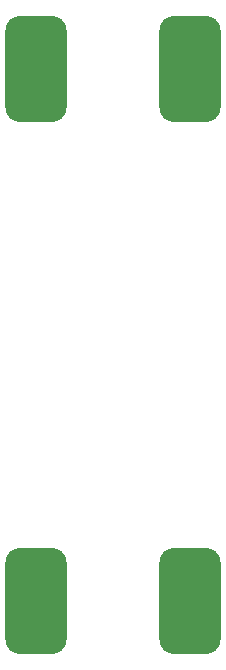
<source format=gbr>
%TF.GenerationSoftware,KiCad,Pcbnew,(7.0.0)*%
%TF.CreationDate,2023-03-04T17:30:07+02:00*%
%TF.ProjectId,amplif de putere,616d706c-6966-4206-9465-207075746572,rev?*%
%TF.SameCoordinates,Original*%
%TF.FileFunction,Paste,Top*%
%TF.FilePolarity,Positive*%
%FSLAX46Y46*%
G04 Gerber Fmt 4.6, Leading zero omitted, Abs format (unit mm)*
G04 Created by KiCad (PCBNEW (7.0.0)) date 2023-03-04 17:30:07*
%MOMM*%
%LPD*%
G01*
G04 APERTURE LIST*
G04 Aperture macros list*
%AMRoundRect*
0 Rectangle with rounded corners*
0 $1 Rounding radius*
0 $2 $3 $4 $5 $6 $7 $8 $9 X,Y pos of 4 corners*
0 Add a 4 corners polygon primitive as box body*
4,1,4,$2,$3,$4,$5,$6,$7,$8,$9,$2,$3,0*
0 Add four circle primitives for the rounded corners*
1,1,$1+$1,$2,$3*
1,1,$1+$1,$4,$5*
1,1,$1+$1,$6,$7*
1,1,$1+$1,$8,$9*
0 Add four rect primitives between the rounded corners*
20,1,$1+$1,$2,$3,$4,$5,0*
20,1,$1+$1,$4,$5,$6,$7,0*
20,1,$1+$1,$6,$7,$8,$9,0*
20,1,$1+$1,$8,$9,$2,$3,0*%
G04 Aperture macros list end*
%ADD10RoundRect,1.300000X1.300000X-3.200000X1.300000X3.200000X-1.300000X3.200000X-1.300000X-3.200000X0*%
G04 APERTURE END LIST*
D10*
%TO.C,RL2*%
X208000000Y-121250000D03*
X208000000Y-76250000D03*
%TD*%
%TO.C,RL1*%
X195000000Y-121250000D03*
X195000000Y-76250000D03*
%TD*%
M02*

</source>
